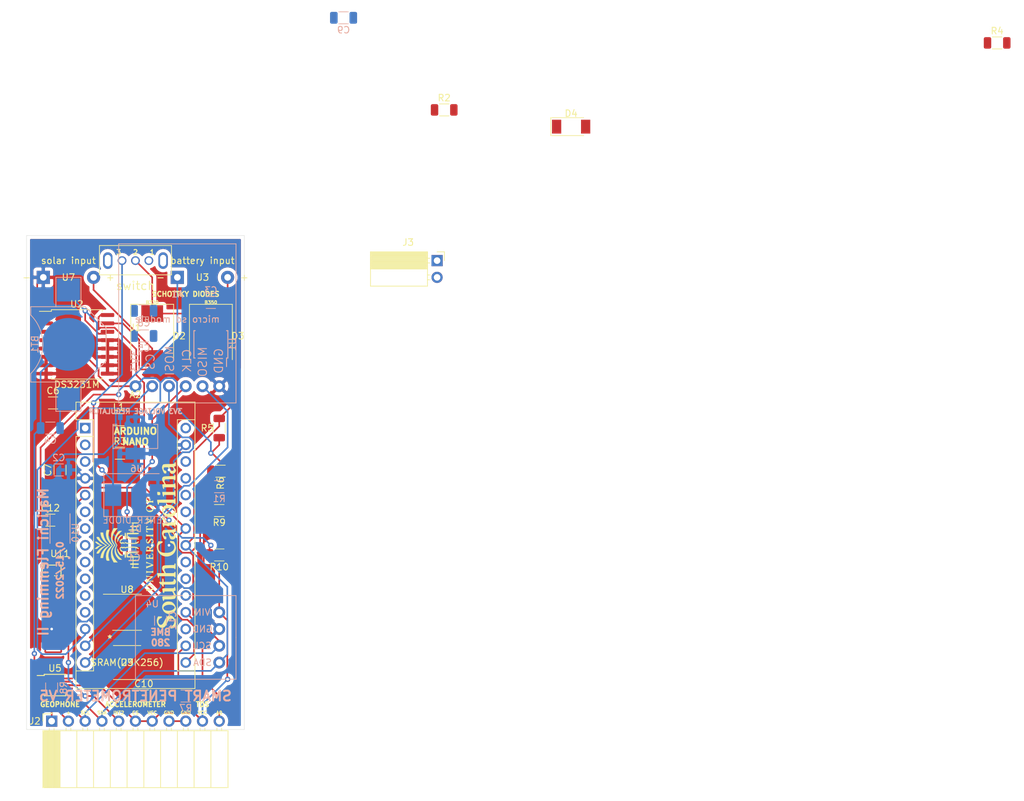
<source format=kicad_pcb>
(kicad_pcb (version 20171130) (host pcbnew "(5.1.10)-1")
  (layers (0 F.Cu signal) (31 B.Cu signal) (34 B.Paste user) (35 F.Paste user) (36 B.SilkS user) (37 F.SilkS user) (38 B.Mask user) (39 F.Mask user) (44 Edge.Cuts user))
  (net 0 "")
  (net 1 "Net-(A1-Pad4)")
  (net 2 "Net-(A1-Pad5)")
  (net 3 "Net-(A1-Pad1)")
  (net 4 "Net-(A1-Pad3)")
  (net 5 GND)
  (net 6 "Net-(A1-Pad2)")
  (net 7 "Net-(A2-Pad28)")
  (net 8 "Net-(A2-Pad12)")
  (net 9 "Net-(A2-Pad27)")
  (net 10 "Net-(A2-Pad11)")
  (net 11 "Net-(A2-Pad26)")
  (net 12 "Net-(A2-Pad10)")
  (net 13 "Net-(A2-Pad25)")
  (net 14 "Net-(A2-Pad9)")
  (net 15 "Net-(A2-Pad24)")
  (net 16 "Net-(A2-Pad8)")
  (net 17 "Net-(A2-Pad23)")
  (net 18 "Net-(A2-Pad7)")
  (net 19 "Net-(A2-Pad22)")
  (net 20 "Net-(A2-Pad6)")
  (net 21 "Net-(A2-Pad21)")
  (net 22 "Net-(A2-Pad5)")
  (net 23 "Net-(A2-Pad20)")
  (net 24 "Net-(A2-Pad19)")
  (net 25 "Net-(A2-Pad3)")
  (net 26 "Net-(A2-Pad18)")
  (net 27 "Net-(A2-Pad2)")
  (net 28 "Net-(A2-Pad1)")
  (net 29 GNDREF)
  (net 30 "Net-(C1-Pad1)")
  (net 31 "Net-(BT1-Pad1)")
  (net 32 GNDS)
  (net 33 "Net-(D2-Pad1)")
  (net 34 "Net-(J2-Pad2)")
  (net 35 "Net-(J2-Pad1)")
  (net 36 "Net-(U2-Pad4)")
  (net 37 "Net-(U2-Pad3)")
  (net 38 "Net-(U2-Pad1)")
  (net 39 "Net-(U5-Pad7)")
  (net 40 "Net-(U5-Pad6)")
  (net 41 "Net-(U5-Pad2)")
  (net 42 "Net-(U5-Pad1)")
  (net 43 "Net-(J1-Pad1)")
  (net 44 "Net-(C3-Pad2)")
  (net 45 "Net-(U8-Pad1)")
  (net 46 "Net-(U8-Pad4)")
  (net 47 "Net-(A2-Pad17)")
  (net 48 "Net-(C5-Pad2)")
  (net 49 "Net-(C6-Pad2)")
  (net 50 "Net-(C8-Pad2)")
  (net 51 "Net-(C8-Pad1)")
  (net 52 "Net-(C12-Pad2)")
  (net 53 -BATT)
  (net 54 +BATT)
  (net 55 "Net-(J3-Pad2)")
  (net 56 "Net-(J3-Pad1)")
  (net 57 "Net-(R7-Pad2)")
  (net 58 "Net-(R9-Pad1)")
  (net 59 "Net-(U1-Pad9)")
  (net 60 "Net-(U1-Pad5)")
  (net 61 "Net-(U1-Pad3)")
  (net 62 "Net-(U1-Pad2)")
  (net 63 "Net-(U8-Pad14)")
  (net 64 "Net-(U8-Pad9)")
  (net 65 "Net-(U8-Pad8)")
  (net 66 "Net-(U8-Pad7)")
  (net 67 "Net-(U8-Pad6)")
  (net 68 Earth)
  (net 69 "Net-(U9-Pad3)")
  (net 70 "Net-(U10-Pad1)")
  (net 71 "Net-(U10-Pad4)")
  (net 72 "Net-(U10-Pad5)")
  (net 73 "Net-(U11-Pad4)")
  (module "smart penetrometer footprints:BATTERY_PROTECTION_IC(DW01A)" (layer F.Cu) (at 113.03 125.73)
    (fp_text reference U11 (at 1.27 -2.54) (layer F.SilkS))
    (fp_text value DW01)
    (pad 1 smd rect (at -0.95 1.3) (size 0.55 1.2) (layers F.Cu F.Paste F.Mask) (net 71 "Net-(U10-Pad4)"))
    (pad 2 smd rect (at 0 1.3) (size 0.55 1.2) (layers F.Cu F.Paste F.Mask) (net 58 "Net-(R9-Pad1)"))
    (pad 3 smd rect (at 0.95 1.3) (size 0.55 1.2) (layers F.Cu F.Paste F.Mask) (net 72 "Net-(U10-Pad5)"))
    (pad 4 smd rect (at 0.95 -1.3) (size 0.55 1.2) (layers F.Cu F.Paste F.Mask) (net 73 "Net-(U11-Pad4)"))
    (pad 6 smd rect (at -0.95 -1.3) (size 0.55 1.2) (layers F.Cu F.Paste F.Mask) (net 53 -BATT))
    (pad 5 smd rect (at 0 -1.3) (size 0.55 1.2) (layers F.Cu F.Paste F.Mask) (net 52 "Net-(C12-Pad2)"))
  )
  (module "smart penetrometer footprints:DUAL_MOSFET(FS8205A)" (layer B.Cu) (at 114.3 119.38 90)
    (fp_text reference U10 (at -0.635 2.327 90) (layer B.SilkS) (effects (justify mirror)))
    (fp_text value FS8205A)
    (pad 1 smd roundrect (at -2.88 0.975 90) (size 1.56 0.4) (layers B.Cu B.Paste B.Mask) (roundrect_rratio 0.05) (net 70 "Net-(U10-Pad1)"))
    (pad 2 smd roundrect (at -2.88 0.325 90) (size 1.56 0.4) (layers B.Cu B.Paste B.Mask) (roundrect_rratio 0.05) (net 53 -BATT))
    (pad 3 smd roundrect (at -2.88 -0.325 90) (size 1.56 0.4) (layers B.Cu B.Paste B.Mask) (roundrect_rratio 0.05) (net 53 -BATT))
    (pad 4 smd roundrect (at -2.88 -0.975 90) (size 1.56 0.4) (layers B.Cu B.Paste B.Mask) (roundrect_rratio 0.05) (net 71 "Net-(U10-Pad4)"))
    (pad 5 smd roundrect (at 2.88 -0.975 90) (size 1.56 0.4) (layers B.Cu B.Paste B.Mask) (roundrect_rratio 0.05) (net 72 "Net-(U10-Pad5)"))
    (pad 6 smd roundrect (at 2.88 -0.325 90) (size 1.56 0.4) (layers B.Cu B.Paste B.Mask) (roundrect_rratio 0.05) (net 5 GND))
    (pad 7 smd roundrect (at 2.88 0.325 90) (size 1.56 0.4) (layers B.Cu B.Paste B.Mask) (roundrect_rratio 0.05) (net 5 GND))
    (pad 8 smd roundrect (at 2.88 0.975 90) (size 1.56 0.4) (layers B.Cu B.Paste B.Mask) (roundrect_rratio 0.05) (net 70 "Net-(U10-Pad1)"))
  )
  (module "smart penetrometer footprints:23K256T-E&slash_SN" (layer F.Cu) (at 124.46 139.7)
    (fp_text reference U9 (at 0 0) (layer F.SilkS))
    (fp_text value "SRAM(23K256)" (at 0 0) (layer F.SilkS))
    (fp_text user * (at -2.6162 -3.6068) (layer F.SilkS))
    (fp_text user * (at -2.6162 -3.6068) (layer F.SilkS))
    (pad 8 smd rect (at 2.3622 -1.905) (size 1.9812 0.5588) (layers F.Cu F.Paste F.Mask) (net 3 "Net-(A1-Pad1)"))
    (pad 7 smd rect (at 2.3622 -0.635) (size 1.9812 0.5588) (layers F.Cu F.Paste F.Mask) (net 12 "Net-(A2-Pad10)"))
    (pad 6 smd rect (at 2.3622 0.635) (size 1.9812 0.5588) (layers F.Cu F.Paste F.Mask) (net 1 "Net-(A1-Pad4)"))
    (pad 5 smd rect (at 2.3622 1.905) (size 1.9812 0.5588) (layers F.Cu F.Paste F.Mask) (net 4 "Net-(A1-Pad3)"))
    (pad 4 smd rect (at -2.3622 1.905) (size 1.9812 0.5588) (layers F.Cu F.Paste F.Mask) (net 5 GND))
    (pad 3 smd rect (at -2.3622 0.635) (size 1.9812 0.5588) (layers F.Cu F.Paste F.Mask) (net 69 "Net-(U9-Pad3)"))
    (pad 2 smd rect (at -2.3622 -0.635) (size 1.9812 0.5588) (layers F.Cu F.Paste F.Mask) (net 2 "Net-(A1-Pad5)"))
    (pad 1 smd rect (at -2.3622 -1.905) (size 1.9812 0.5588) (layers F.Cu F.Paste F.Mask) (net 10 "Net-(A2-Pad11)"))
  )
  (module Package_SO:TSSOP-16_4.4x5mm_P0.65mm (layer F.Cu) (at 124.46 132.08)
    (fp_text reference U8 (at 0 -3.45) (layer F.SilkS))
    (fp_text value ADS1120-PW)
    (pad 16 smd roundrect (at 2.8625 -2.275) (size 1.475 0.4) (layers F.Cu F.Paste F.Mask) (net 4 "Net-(A1-Pad3)"))
    (pad 15 smd roundrect (at 2.8625 -1.625) (size 1.475 0.4) (layers F.Cu F.Paste F.Mask) (net 2 "Net-(A1-Pad5)"))
    (pad 14 smd roundrect (at 2.8625 -0.975) (size 1.475 0.4) (layers F.Cu F.Paste F.Mask) (net 63 "Net-(U8-Pad14)"))
    (pad 13 smd roundrect (at 2.8625 -0.325) (size 1.475 0.4) (layers F.Cu F.Paste F.Mask) (net 3 "Net-(A1-Pad1)"))
    (pad 12 smd roundrect (at 2.8625 0.325) (size 1.475 0.4) (layers F.Cu F.Paste F.Mask) (net 3 "Net-(A1-Pad1)"))
    (pad 11 smd roundrect (at 2.8625 0.975) (size 1.475 0.4) (layers F.Cu F.Paste F.Mask) (net 48 "Net-(C5-Pad2)"))
    (pad 10 smd roundrect (at 2.8625 1.625) (size 1.475 0.4) (layers F.Cu F.Paste F.Mask) (net 49 "Net-(C6-Pad2)"))
    (pad 9 smd roundrect (at 2.8625 2.275) (size 1.475 0.4) (layers F.Cu F.Paste F.Mask) (net 64 "Net-(U8-Pad9)"))
    (pad 8 smd roundrect (at -2.8625 2.275) (size 1.475 0.4) (layers F.Cu F.Paste F.Mask) (net 65 "Net-(U8-Pad8)"))
    (pad 7 smd roundrect (at -2.8625 1.625) (size 1.475 0.4) (layers F.Cu F.Paste F.Mask) (net 66 "Net-(U8-Pad7)"))
    (pad 6 smd roundrect (at -2.8625 0.975) (size 1.475 0.4) (layers F.Cu F.Paste F.Mask) (net 67 "Net-(U8-Pad6)"))
    (pad 5 smd roundrect (at -2.8625 0.325) (size 1.475 0.4) (layers F.Cu F.Paste F.Mask) (net 5 GND))
    (pad 4 smd roundrect (at -2.8625 -0.325) (size 1.475 0.4) (layers F.Cu F.Paste F.Mask) (net 68 Earth))
    (pad 3 smd roundrect (at -2.8625 -0.975) (size 1.475 0.4) (layers F.Cu F.Paste F.Mask) (net 5 GND))
    (pad 2 smd roundrect (at -2.8625 -1.625) (size 1.475 0.4) (layers F.Cu F.Paste F.Mask) (net 8 "Net-(A2-Pad12)"))
    (pad 1 smd roundrect (at -2.8625 -2.275) (size 1.475 0.4) (layers F.Cu F.Paste F.Mask) (net 1 "Net-(A1-Pad4)"))
  )
  (module Package_SO:TI_SO-PowerPAD-8 (layer B.Cu) (at 137.16 91.44 90)
    (fp_text reference U1 (at 0 3.3 90) (layer B.SilkS) (effects (justify mirror)))
    (fp_text value LM22676MR-5)
    (pad 9 smd rect (at -0.6025 0.775 90) (size 1.205 1.55) (layers B.Cu B.Paste B.Mask) (net 59 "Net-(U1-Pad9)"))
    (pad 9 smd rect (at -0.6025 -0.775 90) (size 1.205 1.55) (layers B.Cu B.Paste B.Mask) (net 59 "Net-(U1-Pad9)"))
    (pad 9 smd rect (at 0.6025 0.775 90) (size 1.205 1.55) (layers B.Cu B.Paste B.Mask) (net 59 "Net-(U1-Pad9)"))
    (pad 9 smd rect (at 0.6025 -0.775 90) (size 1.205 1.55) (layers B.Cu B.Paste B.Mask) (net 59 "Net-(U1-Pad9)"))
    (pad 8 smd rect (at 2.78 1.905 90) (size 1.91 0.61) (layers B.Cu B.Paste B.Mask) (net 51 "Net-(C8-Pad1)"))
    (pad 7 smd rect (at 2.78 0.635 90) (size 1.91 0.61) (layers B.Cu B.Paste B.Mask) (net 44 "Net-(C3-Pad2)"))
    (pad 6 smd rect (at 2.78 -0.635 90) (size 1.91 0.61) (layers B.Cu B.Paste B.Mask) (net 5 GND))
    (pad 5 smd rect (at 2.78 -1.905 90) (size 1.91 0.61) (layers B.Cu B.Paste B.Mask) (net 60 "Net-(U1-Pad5)"))
    (pad 4 smd rect (at -2.78 -1.905 90) (size 1.91 0.61) (layers B.Cu B.Paste B.Mask) (net 57 "Net-(R7-Pad2)"))
    (pad 3 smd rect (at -2.78 -0.635 90) (size 1.91 0.61) (layers B.Cu B.Paste B.Mask) (net 61 "Net-(U1-Pad3)"))
    (pad 2 smd rect (at -2.78 0.635 90) (size 1.91 0.61) (layers B.Cu B.Paste B.Mask) (net 62 "Net-(U1-Pad2)"))
    (pad 1 smd rect (at -2.78 1.905 90) (size 1.91 0.61) (layers B.Cu B.Paste B.Mask) (net 50 "Net-(C8-Pad2)"))
  )
  (module Resistor_SMD:R_1206_3216Metric (layer B.Cu) (at 113.03 143.51 90)
    (fp_text reference R8 (at 0 1.82 90) (layer B.SilkS) (effects (justify mirror)))
    (fp_text value R_Small_US)
    (pad 2 smd roundrect (at 1.4625 0 90) (size 1.125 1.75) (layers B.Cu B.Paste B.Mask) (roundrect_rratio 0.222222) (net 57 "Net-(R7-Pad2)"))
    (pad 1 smd roundrect (at -1.4625 0 90) (size 1.125 1.75) (layers B.Cu B.Paste B.Mask) (roundrect_rratio 0.222222) (net 5 GND))
  )
  (module Resistor_SMD:R_1206_3216Metric (layer B.Cu) (at 133.35 144.78)
    (fp_text reference R7 (at 0 1.82) (layer B.SilkS) (effects (justify mirror)))
    (fp_text value R_Small_US)
    (pad 2 smd roundrect (at 1.4625 0) (size 1.125 1.75) (layers B.Cu B.Paste B.Mask) (roundrect_rratio 0.222222) (net 57 "Net-(R7-Pad2)"))
    (pad 1 smd roundrect (at -1.4625 0) (size 1.125 1.75) (layers B.Cu B.Paste B.Mask) (roundrect_rratio 0.222222) (net 30 "Net-(C1-Pad1)"))
  )
  (module Resistor_SMD:R_1206_3216Metric (layer F.Cu) (at 256.3475 45.72)
    (fp_text reference R4 (at 0 -1.82) (layer F.SilkS))
    (fp_text value R_800Ohm)
    (pad 2 smd roundrect (at 1.4625 0) (size 1.125 1.75) (layers F.Cu F.Paste F.Mask) (roundrect_rratio 0.222222) (net 56 "Net-(J3-Pad1)"))
    (pad 1 smd roundrect (at -1.4625 0) (size 1.125 1.75) (layers F.Cu F.Paste F.Mask) (roundrect_rratio 0.222222) (net 49 "Net-(C6-Pad2)"))
  )
  (module Resistor_SMD:R_1206_3216Metric (layer F.Cu) (at 123.3825 107.95)
    (fp_text reference R3 (at 0 -1.82) (layer F.SilkS))
    (fp_text value R_800Ohm)
    (pad 2 smd roundrect (at 1.4625 0) (size 1.125 1.75) (layers F.Cu F.Paste F.Mask) (roundrect_rratio 0.222222) (net 55 "Net-(J3-Pad2)"))
    (pad 1 smd roundrect (at -1.4625 0) (size 1.125 1.75) (layers F.Cu F.Paste F.Mask) (roundrect_rratio 0.222222) (net 48 "Net-(C5-Pad2)"))
  )
  (module Resistor_SMD:R_1206_3216Metric (layer F.Cu) (at 172.5275 55.88)
    (fp_text reference R2 (at 0 -1.82) (layer F.SilkS))
    (fp_text value R_1MOhm)
    (pad 2 smd roundrect (at 1.4625 0) (size 1.125 1.75) (layers F.Cu F.Paste F.Mask) (roundrect_rratio 0.222222) (net 5 GND))
    (pad 1 smd roundrect (at -1.4625 0) (size 1.125 1.75) (layers F.Cu F.Paste F.Mask) (roundrect_rratio 0.222222) (net 56 "Net-(J3-Pad1)"))
  )
  (module Resistor_SMD:R_1206_3216Metric (layer B.Cu) (at 138.43 113.03)
    (fp_text reference R1 (at 0 1.82) (layer B.SilkS) (effects (justify mirror)))
    (fp_text value R_1MOhm)
    (pad 2 smd roundrect (at 1.4625 0) (size 1.125 1.75) (layers B.Cu B.Paste B.Mask) (roundrect_rratio 0.222222) (net 55 "Net-(J3-Pad2)"))
    (pad 1 smd roundrect (at -1.4625 0) (size 1.125 1.75) (layers B.Cu B.Paste B.Mask) (roundrect_rratio 0.222222) (net 3 "Net-(A1-Pad1)"))
  )
  (module Inductor_SMD:L_1206_3216Metric (layer F.Cu) (at 123.19 102.87)
    (fp_text reference L1 (at 0 -1.9) (layer F.SilkS))
    (fp_text value L)
    (pad 2 smd roundrect (at 1.575 0) (size 1.05 1.9) (layers F.Cu F.Paste F.Mask) (roundrect_rratio 0.238095) (net 51 "Net-(C8-Pad1)"))
    (pad 1 smd roundrect (at -1.575 0) (size 1.05 1.9) (layers F.Cu F.Paste F.Mask) (roundrect_rratio 0.238095) (net 30 "Net-(C1-Pad1)"))
  )
  (module Connector_PinSocket_2.54mm:PinSocket_1x02_P2.54mm_Horizontal (layer F.Cu) (at 171.45 78.74)
    (fp_text reference J3 (at -4.38 -2.77) (layer F.SilkS))
    (fp_text value Conn_01x02_Female)
    (pad 2 thru_hole oval (at 0 2.54) (size 1.7 1.7) (drill 1) (layers *.Cu *.Mask) (net 55 "Net-(J3-Pad2)"))
    (pad 1 thru_hole rect (at 0 0) (size 1.7 1.7) (drill 1) (layers *.Cu *.Mask) (net 56 "Net-(J3-Pad1)"))
  )
  (module Diode_SMD:D_SOD-128 (layer F.Cu) (at 191.77 58.42)
    (fp_text reference D4 (at 0 -2) (layer F.SilkS))
    (fp_text value PMEG6045ETP)
    (pad 2 smd rect (at 2.2 0) (size 1.4 2.1) (layers F.Cu F.Paste F.Mask) (net 5 GND))
    (pad 1 smd rect (at -2.2 0) (size 1.4 2.1) (layers F.Cu F.Paste F.Mask) (net 51 "Net-(C8-Pad1)"))
  )
  (module Capacitor_SMD:C_1206_3216Metric (layer B.Cu) (at 129.54 133.35 90)
    (fp_text reference C11 (at 0 1.85 90) (layer B.SilkS) (effects (justify mirror)))
    (fp_text value C_0.1uF)
    (pad 2 smd roundrect (at 1.475 0 90) (size 1.15 1.8) (layers B.Cu B.Paste B.Mask) (roundrect_rratio 0.217391) (net 5 GND))
    (pad 1 smd roundrect (at -1.475 0 90) (size 1.15 1.8) (layers B.Cu B.Paste B.Mask) (roundrect_rratio 0.217391) (net 3 "Net-(A1-Pad1)"))
  )
  (module Capacitor_SMD:C_1206_3216Metric (layer F.Cu) (at 127 144.78)
    (fp_text reference C10 (at 0 -1.85) (layer F.SilkS))
    (fp_text value C_0.1uF)
    (pad 2 smd roundrect (at 1.475 0) (size 1.15 1.8) (layers F.Cu F.Paste F.Mask) (roundrect_rratio 0.217391) (net 30 "Net-(C1-Pad1)"))
    (pad 1 smd roundrect (at -1.475 0) (size 1.15 1.8) (layers F.Cu F.Paste F.Mask) (roundrect_rratio 0.217391) (net 5 GND))
  )
  (module Capacitor_SMD:C_1206_3216Metric (layer B.Cu) (at 157.275 41.91)
    (fp_text reference C9 (at 0 1.85) (layer B.SilkS) (effects (justify mirror)))
    (fp_text value C_0.1uF)
    (pad 2 smd roundrect (at 1.475 0) (size 1.15 1.8) (layers B.Cu B.Paste B.Mask) (roundrect_rratio 0.217391) (net 5 GND))
    (pad 1 smd roundrect (at -1.475 0) (size 1.15 1.8) (layers B.Cu B.Paste B.Mask) (roundrect_rratio 0.217391) (net 3 "Net-(A1-Pad1)"))
  )
  (module Capacitor_SMD:C_1206_3216Metric (layer B.Cu) (at 127 86.36)
    (fp_text reference C8 (at 0 1.85) (layer B.SilkS) (effects (justify mirror)))
    (fp_text value C_10uF)
    (pad 2 smd roundrect (at 1.475 0) (size 1.15 1.8) (layers B.Cu B.Paste B.Mask) (roundrect_rratio 0.217391) (net 50 "Net-(C8-Pad2)"))
    (pad 1 smd roundrect (at -1.475 0) (size 1.15 1.8) (layers B.Cu B.Paste B.Mask) (roundrect_rratio 0.217391) (net 51 "Net-(C8-Pad1)"))
  )
  (module Capacitor_SMD:C_1206_3216Metric (layer F.Cu) (at 114.3 110.49 90)
    (fp_text reference C7 (at 0 -1.85 90) (layer F.SilkS))
    (fp_text value C_0.047uF)
    (pad 2 smd roundrect (at 1.475 0 90) (size 1.15 1.8) (layers F.Cu F.Paste F.Mask) (roundrect_rratio 0.217391) (net 5 GND))
    (pad 1 smd roundrect (at -1.475 0 90) (size 1.15 1.8) (layers F.Cu F.Paste F.Mask) (roundrect_rratio 0.217391) (net 49 "Net-(C6-Pad2)"))
  )
  (module Capacitor_SMD:C_1206_3216Metric (layer F.Cu) (at 113.235 100.33)
    (fp_text reference C6 (at 0 -1.85) (layer F.SilkS))
    (fp_text value C_0.47uF)
    (pad 2 smd roundrect (at 1.475 0) (size 1.15 1.8) (layers F.Cu F.Paste F.Mask) (roundrect_rratio 0.217391) (net 49 "Net-(C6-Pad2)"))
    (pad 1 smd roundrect (at -1.475 0) (size 1.15 1.8) (layers F.Cu F.Paste F.Mask) (roundrect_rratio 0.217391) (net 48 "Net-(C5-Pad2)"))
  )
  (module Capacitor_SMD:C_1206_3216Metric (layer B.Cu) (at 127 90.17)
    (fp_text reference C5 (at 0 1.85) (layer B.SilkS) (effects (justify mirror)))
    (fp_text value C_0.047uF)
    (pad 2 smd roundrect (at 1.475 0) (size 1.15 1.8) (layers B.Cu B.Paste B.Mask) (roundrect_rratio 0.217391) (net 48 "Net-(C5-Pad2)"))
    (pad 1 smd roundrect (at -1.475 0) (size 1.15 1.8) (layers B.Cu B.Paste B.Mask) (roundrect_rratio 0.217391) (net 5 GND))
  )
  (module Capacitor_SMD:C_1206_3216Metric (layer B.Cu) (at 137.16 85.09 180)
    (fp_text reference C3 (at 0 1.85) (layer B.SilkS) (effects (justify mirror)))
    (fp_text value C_10uF)
    (pad 2 smd roundrect (at 1.475 0 180) (size 1.15 1.8) (layers B.Cu B.Paste B.Mask) (roundrect_rratio 0.217391) (net 44 "Net-(C3-Pad2)"))
    (pad 1 smd roundrect (at -1.475 0 180) (size 1.15 1.8) (layers B.Cu B.Paste B.Mask) (roundrect_rratio 0.217391) (net 5 GND))
  )
  (module Resistor_SMD:R_1206_3216Metric (layer F.Cu) (at 138.43 123.3825 180)
    (fp_text reference R10 (at 0 -1.82) (layer F.SilkS))
    (fp_text value R_Small_US)
    (pad 2 smd roundrect (at 1.4625 0 180) (size 1.125 1.75) (layers F.Cu F.Paste F.Mask) (roundrect_rratio 0.222222) (net 52 "Net-(C12-Pad2)"))
    (pad 1 smd roundrect (at -1.4625 0 180) (size 1.125 1.75) (layers F.Cu F.Paste F.Mask) (roundrect_rratio 0.222222) (net 54 +BATT))
  )
  (module Resistor_SMD:R_1206_3216Metric (layer F.Cu) (at 138.43 116.6475 180)
    (fp_text reference R9 (at 0 -1.82) (layer F.SilkS))
    (fp_text value R_Small_US)
    (pad 2 smd roundrect (at 1.4625 0 180) (size 1.125 1.75) (layers F.Cu F.Paste F.Mask) (roundrect_rratio 0.222222) (net 5 GND))
    (pad 1 smd roundrect (at -1.4625 0 180) (size 1.125 1.75) (layers F.Cu F.Paste F.Mask) (roundrect_rratio 0.222222) (net 58 "Net-(R9-Pad1)"))
  )
  (module Capacitor_SMD:C_1206_3216Metric (layer F.Cu) (at 112.825 118.11)
    (fp_text reference C12 (at 0 -1.85) (layer F.SilkS))
    (fp_text value CP1_Small)
    (pad 2 smd roundrect (at 1.475 0) (size 1.15 1.8) (layers F.Cu F.Paste F.Mask) (roundrect_rratio 0.217391) (net 52 "Net-(C12-Pad2)"))
    (pad 1 smd roundrect (at -1.475 0) (size 1.15 1.8) (layers F.Cu F.Paste F.Mask) (roundrect_rratio 0.217391) (net 53 -BATT))
  )
  (module Connector_PinSocket_2.54mm:PinSocket_1x11_P2.54mm_Horizontal (layer F.Cu) (at 113.03 148.59 90)
    (fp_text reference J2 (at 0 -2.54 180) (layer F.SilkS))
    (fp_text value Conn_01x11_Female)
    (pad 11 thru_hole oval (at 0 25.4 90) (size 1.7 1.7) (drill 1) (layers *.Cu *.Mask) (net 24 "Net-(A2-Pad19)"))
    (pad 10 thru_hole oval (at 0 22.86 90) (size 1.7 1.7) (drill 1) (layers *.Cu *.Mask) (net 3 "Net-(A1-Pad1)"))
    (pad 9 thru_hole oval (at 0 20.32 90) (size 1.7 1.7) (drill 1) (layers *.Cu *.Mask) (net 29 GNDREF))
    (pad 8 thru_hole oval (at 0 17.78 90) (size 1.7 1.7) (drill 1) (layers *.Cu *.Mask) (net 29 GNDREF))
    (pad 7 thru_hole oval (at 0 15.24 90) (size 1.7 1.7) (drill 1) (layers *.Cu *.Mask) (net 3 "Net-(A1-Pad1)"))
    (pad 6 thru_hole oval (at 0 12.7 90) (size 1.7 1.7) (drill 1) (layers *.Cu *.Mask) (net 3 "Net-(A1-Pad1)"))
    (pad 5 thru_hole oval (at 0 10.16 90) (size 1.7 1.7) (drill 1) (layers *.Cu *.Mask) (net 22 "Net-(A2-Pad5)"))
    (pad 4 thru_hole oval (at 0 7.62 90) (size 1.7 1.7) (drill 1) (layers *.Cu *.Mask) (net 17 "Net-(A2-Pad23)"))
    (pad 3 thru_hole oval (at 0 5.08 90) (size 1.7 1.7) (drill 1) (layers *.Cu *.Mask) (net 15 "Net-(A2-Pad24)"))
    (pad 2 thru_hole oval (at 0 2.54 90) (size 1.7 1.7) (drill 1) (layers *.Cu *.Mask) (net 34 "Net-(J2-Pad2)"))
    (pad 1 thru_hole rect (at 0 0 90) (size 1.7 1.7) (drill 1) (layers *.Cu *.Mask) (net 35 "Net-(J2-Pad1)"))
  )
  (module kitest:Battery_Input (layer F.Cu) (at 115.57 80.01)
    (fp_text reference U7 (at 0 1.27) (layer F.SilkS))
    (fp_text value Solar_Input)
    (fp_text user "solar input" (at 0 -1.27) (layer F.SilkS))
    (fp_text user - (at -6.35 1.27) (layer F.SilkS))
    (fp_text user + (at 6.35 1.27) (layer F.SilkS))
    (pad 2 thru_hole rect (at -3.81 1.27) (size 2 2) (drill 1) (layers *.Cu *.Mask) (net 5 GND))
    (pad 1 thru_hole circle (at 3.81 1.27) (size 2 2) (drill 1) (layers *.Cu *.Mask) (net 54 +BATT))
  )
  (module kitest:TDS_module (layer B.Cu) (at 133.35 135.89)
    (fp_text reference U4 (at -5.08 -5.08) (layer B.SilkS) (effects (justify mirror)))
    (fp_text value 4023)
    (fp_text user VIN (at 2.54 -3.81) (layer B.SilkS) (effects (justify mirror)))
    (fp_text user GND (at 2.54 -1.27) (layer B.SilkS) (effects (justify mirror)))
    (fp_text user SCL (at 2.54 1.27) (layer B.SilkS) (effects (justify mirror)))
    (fp_text user SDA (at 2.54 3.81) (layer B.SilkS) (effects (justify mirror)))
    (pad 13 thru_hole circle (at 5.08 -3.81) (size 1.8 1.8) (drill 1) (layers *.Cu *.Mask) (net 3 "Net-(A1-Pad1)"))
    (pad 10 thru_hole circle (at 5.08 -1.27) (size 1.8 1.8) (drill 1) (layers *.Cu *.Mask) (net 5 GND))
    (pad 11 thru_hole circle (at 5.08 1.27) (size 1.8 1.8) (drill 1) (layers *.Cu *.Mask) (net 15 "Net-(A2-Pad24)"))
    (pad 12 thru_hole circle (at 5.08 3.81) (size 1.8 1.8) (drill 1) (layers *.Cu *.Mask) (net 17 "Net-(A2-Pad23)"))
  )
  (module kitest:Battery_Input (layer F.Cu) (at 135.89 80.01)
    (fp_text reference U3 (at 0 1.27) (layer F.SilkS))
    (fp_text value Battery_Input)
    (fp_text user "battery input" (at 0 -1.27) (layer F.SilkS))
    (fp_text user - (at -6.35 1.27) (layer F.SilkS))
    (fp_text user + (at 6.35 1.27) (layer F.SilkS))
    (pad 2 thru_hole rect (at -3.81 1.27) (size 2 2) (drill 1) (layers *.Cu *.Mask) (net 53 -BATT))
    (pad 1 thru_hole circle (at 3.81 1.27) (size 2 2) (drill 1) (layers *.Cu *.Mask) (net 54 +BATT))
  )
  (module kitest:uofsc_logo_1in (layer F.Cu) (at 125.73 121.92 90)
    (fp_text reference U1 hide)
    (fp_text value 4001 hide)
  )
  (module kitest:grounded_switch (layer F.Cu) (at 125.73 83.82 180)
    (fp_text reference J1 (at 0 -5.08) (layer F.SilkS))
    (fp_text value XLR3_Switched)
    (fp_text user switch (at 0 1.27) (layer F.SilkS) (effects (font (size 1.27 1.27))))
    (fp_text user 3 (at 2.54 6.35) (layer F.SilkS) (effects (font (size 0.75 0.75))))
    (fp_text user 2 (at 0 6.35) (layer F.SilkS) (effects (font (size 0.75 0.75))))
    (fp_text user 1 (at -2.54 6.35) (layer F.SilkS) (effects (font (size 0.75 0.75))))
    (pad 5 thru_hole oval (at 4.191 5.08 270) (size 2.524 1.424) (drill oval 1.76 0.914) (layers *.Cu *.Mask))
    (pad 4 thru_hole oval (at -4.191 5.08 270) (size 2.524 1.424) (drill oval 1.76 0.914) (layers *.Cu *.Mask))
    (pad 3 thru_hole circle (at 2.032 5.08 180) (size 1.324 1.324) (drill 0.914) (layers *.Cu *.Mask) (net 44 "Net-(C3-Pad2)"))
    (pad 2 thru_hole circle (at 0 5.08 180) (size 1.324 1.324) (drill 0.914) (layers *.Cu *.Mask) (net 33 "Net-(D2-Pad1)"))
    (pad 1 thru_hole circle (at -2.032 5.08 180) (size 1.324 1.324) (drill 0.914) (layers *.Cu *.Mask) (net 43 "Net-(J1-Pad1)"))
  )
  (module kitest:battery_holder_10mm (layer B.Cu) (at 115.57 91.44 270)
    (fp_text reference BT1 (at 0 5.08 270) (layer B.SilkS) (effects (justify mirror)))
    (fp_text value Battery_Cell)
    (pad 2 smd circle (at 0 0) (size 8 8) (layers B.Cu B.Mask) (net 32 GNDS))
    (pad 1 smd rect (at -8.255 0) (size 3.5 3.5) (layers B.Cu B.Mask) (net 31 "Net-(BT1-Pad1)"))
    (pad 1 smd rect (at 8.255 0) (size 3.5 3.5) (layers B.Cu B.Mask) (net 31 "Net-(BT1-Pad1)"))
  )
  (module "kitest:SD Module" (layer B.Cu) (at 142.24 86.36 270)
    (fp_text reference A1 (at -2.54 10.16) (layer B.SilkS) (effects (justify mirror)))
    (fp_text value SD_Card_Module)
    (fp_text user "micro sd module" (at 1.27 10.16) (layer B.SilkS) (effects (justify mirror)))
    (fp_text user 3V3 (at 7.5946 16.5354 270) (layer B.SilkS) (effects (font (size 1.27 1.27)) (justify mirror)))
    (fp_text user CS (at 7.7216 14.2494 270) (layer B.SilkS) (effects (font (size 1.27 1.27)) (justify mirror)))
    (fp_text user MOSI (at 7.5692 11.303 270) (layer B.SilkS) (effects (font (size 1.27 1.27)) (justify mirror)))
    (fp_text user CLK (at 7.5692 8.7122 270) (layer B.SilkS) (effects (font (size 1.27 1.27)) (justify mirror)))
    (fp_text user MISO (at 7.7216 6.3246 270) (layer B.SilkS) (effects (font (size 1.27 1.27)) (justify mirror)))
    (fp_text user GND (at 7.5946 3.8862 270) (layer B.SilkS) (effects (font (size 1.27 1.27)) (justify mirror)))
    (pad 6 thru_hole circle (at 11.43 3.81 270) (size 1.8 1.8) (drill 1) (layers *.Cu *.Mask) (net 5 GND))
    (pad 5 thru_hole circle (at 11.43 6.35 270) (size 1.8 1.8) (drill 1) (layers *.Cu *.Mask) (net 2 "Net-(A1-Pad5)"))
    (pad 4 thru_hole circle (at 11.43 8.89 270) (size 1.8 1.8) (drill 1) (layers *.Cu *.Mask) (net 1 "Net-(A1-Pad4)"))
    (pad 3 thru_hole circle (at 11.43 11.43 270) (size 1.8 1.8) (drill 1) (layers *.Cu *.Mask) (net 4 "Net-(A1-Pad3)"))
    (pad 2 thru_hole circle (at 11.43 13.97 270) (size 1.8 1.8) (drill 1) (layers *.Cu *.Mask) (net 6 "Net-(A1-Pad2)"))
    (pad 1 thru_hole circle (at 11.43 16.51 270) (size 1.8 1.8) (drill 1) (layers *.Cu *.Mask) (net 3 "Net-(A1-Pad1)"))
  )
  (module "smart penetrometer footprints:BD433M2FP3_CE2" (layer B.Cu) (at 125.73 105.41)
    (fp_text reference U6 (at 0.2032 4.9022) (layer B.SilkS) (effects (justify mirror)))
    (fp_text value 3v3_Voltage_Regulator)
    (pad 4 smd rect (at 0 2.605) (size 3.025 1.78) (layers B.Cu B.Paste B.Mask) (net 5 GND))
    (pad 3 smd rect (at 2.3 -2.995) (size 0.71 1) (layers B.Cu B.Paste B.Mask) (net 3 "Net-(A1-Pad1)"))
    (pad 2 smd rect (at 0 -2.995) (size 0.71 1) (layers B.Cu B.Paste B.Mask) (net 5 GND))
    (pad 1 smd rect (at -2.3 -2.995) (size 0.71 1) (layers B.Cu B.Paste B.Mask) (net 30 "Net-(C1-Pad1)"))
  )
  (module Package_SO:TSSOP-10_3x3mm_P0.5mm (layer F.Cu) (at 113.53 143.12)
    (fp_text reference U5 (at 0 -2.55) (layer F.SilkS))
    (fp_text value ADS1115IDGS)
    (pad 10 smd rect (at 2.15 -1) (size 1.1 0.25) (layers F.Cu F.Paste F.Mask) (net 15 "Net-(A2-Pad24)"))
    (pad 9 smd rect (at 2.15 -0.5) (size 1.1 0.25) (layers F.Cu F.Paste F.Mask) (net 17 "Net-(A2-Pad23)"))
    (pad 8 smd rect (at 2.15 0) (size 1.1 0.25) (layers F.Cu F.Paste F.Mask) (net 3 "Net-(A1-Pad1)"))
    (pad 7 smd rect (at 2.15 0.5) (size 1.1 0.25) (layers F.Cu F.Paste F.Mask) (net 39 "Net-(U5-Pad7)"))
    (pad 6 smd rect (at 2.15 1) (size 1.1 0.25) (layers F.Cu F.Paste F.Mask) (net 40 "Net-(U5-Pad6)"))
    (pad 5 smd rect (at -2.15 1) (size 1.1 0.25) (layers F.Cu F.Paste F.Mask) (net 35 "Net-(J2-Pad1)"))
    (pad 4 smd rect (at -2.15 0.5) (size 1.1 0.25) (layers F.Cu F.Paste F.Mask) (net 34 "Net-(J2-Pad2)"))
    (pad 3 smd rect (at -2.15 0) (size 1.1 0.25) (layers F.Cu F.Paste F.Mask) (net 32 GNDS))
    (pad 2 smd rect (at -2.15 -0.5) (size 1.1 0.25) (layers F.Cu F.Paste F.Mask) (net 41 "Net-(U5-Pad2)"))
    (pad 1 smd rect (at -2.15 -1) (size 1.1 0.25) (layers F.Cu F.Paste F.Mask) (net 42 "Net-(U5-Pad1)"))
  )
  (module Package_SO:SOIC-16W_7.5x10.3mm_P1.27mm (layer F.Cu) (at 116.84 91.44)
    (fp_text reference U2 (at 0 -6.1) (layer F.SilkS))
    (fp_text value DS3231M (at 0 6.1) (layer F.SilkS))
    (pad 16 smd roundrect (at 4.65 -4.445) (size 2.05 0.6) (layers F.Cu F.Paste F.Mask) (net 15 "Net-(A2-Pad24)"))
    (pad 15 smd roundrect (at 4.65 -3.175) (size 2.05 0.6) (layers F.Cu F.Paste F.Mask) (net 17 "Net-(A2-Pad23)"))
    (pad 14 smd roundrect (at 4.65 -1.905) (size 2.05 0.6) (layers F.Cu F.Paste F.Mask) (net 31 "Net-(BT1-Pad1)"))
    (pad 13 smd roundrect (at 4.65 -0.635) (size 2.05 0.6) (layers F.Cu F.Paste F.Mask) (net 5 GND))
    (pad 12 smd roundrect (at 4.65 0.635) (size 2.05 0.6) (layers F.Cu F.Paste F.Mask) (net 5 GND))
    (pad 11 smd roundrect (at 4.65 1.905) (size 2.05 0.6) (layers F.Cu F.Paste F.Mask) (net 5 GND))
    (pad 10 smd roundrect (at 4.65 3.175) (size 2.05 0.6) (layers F.Cu F.Paste F.Mask) (net 5 GND))
    (pad 9 smd roundrect (at 4.65 4.445) (size 2.05 0.6) (layers F.Cu F.Paste F.Mask) (net 5 GND))
    (pad 8 smd roundrect (at -4.65 4.445) (size 2.05 0.6) (layers F.Cu F.Paste F.Mask) (net 5 GND))
    (pad 7 smd roundrect (at -4.65 3.175) (size 2.05 0.6) (layers F.Cu F.Paste F.Mask) (net 5 GND))
    (pad 6 smd roundrect (at -4.65 1.905) (size 2.05 0.6) (layers F.Cu F.Paste F.Mask) (net 5 GND))
    (pad 5 smd roundrect (at -4.65 0.635) (size 2.05 0.6) (layers F.Cu F.Paste F.Mask) (net 5 GND))
    (pad 4 smd roundrect (at -4.65 -0.635) (size 2.05 0.6) (layers F.Cu F.Paste F.Mask) (net 36 "Net-(U2-Pad4)"))
    (pad 3 smd roundrect (at -4.65 -1.905) (size 2.05 0.6) (layers F.Cu F.Paste F.Mask) (net 37 "Net-(U2-Pad3)"))
    (pad 2 smd roundrect (at -4.65 -3.175) (size 2.05 0.6) (layers F.Cu F.Paste F.Mask) (net 3 "Net-(A1-Pad1)"))
    (pad 1 smd roundrect (at -4.65 -4.445) (size 2.05 0.6) (layers F.Cu F.Paste F.Mask) (net 38 "Net-(U2-Pad1)"))
  )
  (module Resistor_SMD:R_1206_3216Metric (layer F.Cu) (at 138.6225 110.6825 180)
    (fp_text reference R6 (at 0 -1.82 270) (layer F.SilkS))
    (fp_text value R_Small_US)
    (pad 2 smd roundrect (at 1.4625 0 180) (size 1.125 1.75) (layers F.Cu F.Paste F.Mask) (roundrect_rratio 0.222222) (net 15 "Net-(A2-Pad24)"))
    (pad 1 smd roundrect (at -1.4625 0 180) (size 1.125 1.75) (layers F.Cu F.Paste F.Mask) (roundrect_rratio 0.222222) (net 3 "Net-(A1-Pad1)"))
  )
  (module Resistor_SMD:R_1206_3216Metric (layer F.Cu) (at 138.43 104.14 90)
    (fp_text reference R5 (at 0 -1.82 180) (layer F.SilkS))
    (fp_text value R_Small_US)
    (pad 2 smd roundrect (at 1.4625 0 90) (size 1.125 1.75) (layers F.Cu F.Paste F.Mask) (roundrect_rratio 0.222222) (net 17 "Net-(A2-Pad23)"))
    (pad 1 smd roundrect (at -1.4625 0 90) (size 1.125 1.75) (layers F.Cu F.Paste F.Mask) (roundrect_rratio 0.222222) (net 3 "Net-(A1-Pad1)"))
  )
  (module Diode_SMD:D_SMC (layer F.Cu) (at 137.16 90.17 270)
    (fp_text reference D3 (at 0 -4.1 180) (layer F.SilkS))
    (fp_text value B350 (at -5.08 0 180) (layer F.SilkS) (effects (font (size 0.5 0.5) (thickness 0.125))))
    (pad 2 smd rect (at 3.4 0) (size 3.3 2.5) (layers F.Cu F.Paste F.Mask) (net 54 +BATT))
    (pad 1 smd rect (at -3.4 0) (size 3.3 2.5) (layers F.Cu F.Paste F.Mask) (net 33 "Net-(D2-Pad1)"))
  )
  (module Diode_SMD:D_SMC (layer F.Cu) (at 128.27 90.17 270)
    (fp_text reference D2 (at 0 -4.1 180) (layer F.SilkS))
    (fp_text value B320 (at -5.08 0 180) (layer F.SilkS) (effects (font (size 0.5 0.5) (thickness 0.125))))
    (pad 2 smd rect (at 3.4 0) (size 3.3 2.5) (layers F.Cu F.Paste F.Mask) (net 54 +BATT))
    (pad 1 smd rect (at -3.4 0) (size 3.3 2.5) (layers F.Cu F.Paste F.Mask) (net 33 "Net-(D2-Pad1)"))
  )
  (module Diode_SMD:D_SMC (layer B.Cu) (at 125.73 114.3)
    (fp_text reference D1 (at 0 5.08) (layer B.SilkS) (effects (justify mirror)))
    (fp_text value D_Zener_Small)
    (pad 2 smd rect (at 3.4 0 270) (size 3.3 2.5) (layers B.Cu B.Paste B.Mask) (net 5 GND))
    (pad 1 smd rect (at -3.4 0 270) (size 3.3 2.5) (layers B.Cu B.Paste B.Mask) (net 30 "Net-(C1-Pad1)"))
  )
  (module Capacitor_SMD:C_1206_3216Metric (layer B.Cu) (at 112.825 104.14)
    (fp_text reference C4 (at 0 1.85) (layer B.SilkS) (effects (justify mirror)))
    (fp_text value C_Small)
    (pad 2 smd roundrect (at 1.475 0) (size 1.15 1.8) (layers B.Cu B.Paste B.Mask) (roundrect_rratio 0.217391) (net 31 "Net-(BT1-Pad1)"))
    (pad 1 smd roundrect (at -1.475 0) (size 1.15 1.8) (layers B.Cu B.Paste B.Mask) (roundrect_rratio 0.217391) (net 32 GNDS))
  )
  (module Capacitor_SMD:C_1206_3216Metric (layer B.Cu) (at 114.095 110.49 180)
    (fp_text reference C2 (at 0 1.85) (layer B.SilkS) (effects (justify mirror)))
    (fp_text value C_10uF)
    (pad 2 smd roundrect (at 1.475 0 180) (size 1.15 1.8) (layers B.Cu B.Paste B.Mask) (roundrect_rratio 0.217391) (net 3 "Net-(A1-Pad1)"))
    (pad 1 smd roundrect (at -1.475 0 180) (size 1.15 1.8) (layers B.Cu B.Paste B.Mask) (roundrect_rratio 0.217391) (net 5 GND))
  )
  (module Capacitor_SMD:C_1206_3216Metric (layer B.Cu) (at 125.525 121.92)
    (fp_text reference C1 (at 0 1.85) (layer B.SilkS) (effects (justify mirror)))
    (fp_text value C_0.1uF)
    (pad 2 smd roundrect (at 1.475 0) (size 1.15 1.8) (layers B.Cu B.Paste B.Mask) (roundrect_rratio 0.217391) (net 5 GND))
    (pad 1 smd roundrect (at -1.475 0) (size 1.15 1.8) (layers B.Cu B.Paste B.Mask) (roundrect_rratio 0.217391) (net 30 "Net-(C1-Pad1)"))
  )
  (module Module:Arduino_Nano (layer F.Cu) (at 118.11 104.14)
    (fp_text reference A2 (at 7.62 -5.08) (layer F.SilkS))
    (fp_text value Arduino_Nano_v3.x)
    (pad 16 thru_hole oval (at 15.24 35.56) (size 1.6 1.6) (drill 1) (layers *.Cu *.Mask) (net 1 "Net-(A1-Pad4)"))
    (pad 15 thru_hole oval (at 0 35.56) (size 1.6 1.6) (drill 1) (layers *.Cu *.Mask) (net 2 "Net-(A1-Pad5)"))
    (pad 30 thru_hole oval (at 15.24 0) (size 1.6 1.6) (drill 1) (layers *.Cu *.Mask) (net 3 "Net-(A1-Pad1)"))
    (pad 14 thru_hole oval (at 0 33.02) (size 1.6 1.6) (drill 1) (layers *.Cu *.Mask) (net 4 "Net-(A1-Pad3)"))
    (pad 29 thru_hole oval (at 15.24 2.54) (size 1.6 1.6) (drill 1) (layers *.Cu *.Mask) (net 5 GND))
    (pad 13 thru_hole oval (at 0 30.48) (size 1.6 1.6) (drill 1) (layers *.Cu *.Mask) (net 6 "Net-(A1-Pad2)"))
    (pad 28 thru_hole oval (at 15.24 5.08) (size 1.6 1.6) (drill 1) (layers *.Cu *.Mask) (net 7 "Net-(A2-Pad28)"))
    (pad 12 thru_hole oval (at 0 27.94) (size 1.6 1.6) (drill 1) (layers *.Cu *.Mask) (net 8 "Net-(A2-Pad12)"))
    (pad 27 thru_hole oval (at 15.24 7.62) (size 1.6 1.6) (drill 1) (layers *.Cu *.Mask) (net 9 "Net-(A2-Pad27)"))
    (pad 11 thru_hole oval (at 0 25.4) (size 1.6 1.6) (drill 1) (layers *.Cu *.Mask) (net 10 "Net-(A2-Pad11)"))
    (pad 26 thru_hole oval (at 15.24 10.16) (size 1.6 1.6) (drill 1) (layers *.Cu *.Mask) (net 11 "Net-(A2-Pad26)"))
    (pad 10 thru_hole oval (at 0 22.86) (size 1.6 1.6) (drill 1) (layers *.Cu *.Mask) (net 12 "Net-(A2-Pad10)"))
    (pad 25 thru_hole oval (at 15.24 12.7) (size 1.6 1.6) (drill 1) (layers *.Cu *.Mask) (net 13 "Net-(A2-Pad25)"))
    (pad 9 thru_hole oval (at 0 20.32) (size 1.6 1.6) (drill 1) (layers *.Cu *.Mask) (net 14 "Net-(A2-Pad9)"))
    (pad 24 thru_hole oval (at 15.24 15.24) (size 1.6 1.6) (drill 1) (layers *.Cu *.Mask) (net 15 "Net-(A2-Pad24)"))
    (pad 8 thru_hole oval (at 0 17.78) (size 1.6 1.6) (drill 1) (layers *.Cu *.Mask) (net 16 "Net-(A2-Pad8)"))
    (pad 23 thru_hole oval (at 15.24 17.78) (size 1.6 1.6) (drill 1) (layers *.Cu *.Mask) (net 17 "Net-(A2-Pad23)"))
    (pad 7 thru_hole oval (at 0 15.24) (size 1.6 1.6) (drill 1) (layers *.Cu *.Mask) (net 18 "Net-(A2-Pad7)"))
    (pad 22 thru_hole oval (at 15.24 20.32) (size 1.6 1.6) (drill 1) (layers *.Cu *.Mask) (net 19 "Net-(A2-Pad22)"))
    (pad 6 thru_hole oval (at 0 12.7) (size 1.6 1.6) (drill 1) (layers *.Cu *.Mask) (net 20 "Net-(A2-Pad6)"))
    (pad 21 thru_hole oval (at 15.24 22.86) (size 1.6 1.6) (drill 1) (layers *.Cu *.Mask) (net 21 "Net-(A2-Pad21)"))
    (pad 5 thru_hole oval (at 0 10.16) (size 1.6 1.6) (drill 1) (layers *.Cu *.Mask) (net 22 "Net-(A2-Pad5)"))
    (pad 20 thru_hole oval (at 15.24 25.4) (size 1.6 1.6) (drill 1) (layers *.Cu *.Mask) (net 23 "Net-(A2-Pad20)"))
    (pad 4 thru_hole oval (at 0 7.62) (size 1.6 1.6) (drill 1) (layers *.Cu *.Mask) (net 5 GND))
    (pad 19 thru_hole oval (at 15.24 27.94) (size 1.6 1.6) (drill 1) (layers *.Cu *.Mask) (net 24 "Net-(A2-Pad19)"))
    (pad 3 thru_hole oval (at 0 5.08) (size 1.6 1.6) (drill 1) (layers *.Cu *.Mask) (net 25 "Net-(A2-Pad3)"))
    (pad 18 thru_hole oval (at 15.24 30.48) (size 1.6 1.6) (drill 1) (layers *.Cu *.Mask) (net 26 "Net-(A2-Pad18)"))
    (pad 2 thru_hole oval (at 0 2.54) (size 1.6 1.6) (drill 1) (layers *.Cu *.Mask) (net 27 "Net-(A2-Pad2)"))
    (pad 17 thru_hole oval (at 15.24 33.02) (size 1.6 1.6) (drill 1) (layers *.Cu *.Mask) (net 47 "Net-(A2-Pad17)"))
    (pad 1 thru_hole rect (at 0 0) (size 1.6 1.6) (drill 1) (layers *.Cu *.Mask) (net 28 "Net-(A2-Pad1)"))
  )
  (gr_text "BME\n280" (at 129.54 135.89) (layer B.SilkS) (effects (font (size 1 1) (thickness 0.25)) (justify mirror)))
  (gr_text "ZENER DIODE" (at 125.73 118.11) (layer B.SilkS) (effects (font (size 1 1) (thickness 0.125)) (justify mirror)))
  (gr_text "3V3 VOLTAGE REGULATOR" (at 125.73 101.6) (layer B.SilkS) (effects (font (size 0.75 0.75) (thickness 0.1875)) (justify mirror)))
  (gr_text "SMART PENETROMETER V5" (at 125.73 144.78) (layer B.SilkS) (effects (font (size 1.5 1.5) (thickness 0.3)) (justify mirror)))
  (gr_text "ARDUINO\nNANO" (at 125.73 105.41) (layer F.SilkS) (effects (font (size 1 1) (thickness 0.25))))
  (gr_text "SCHOTTKY DIODES" (at 133.35 83.82) (layer F.SilkS) (effects (font (size 0.75 0.75) (thickness 0.1875))))
  (gr_text A0 (at 138.43 147.32) (layer F.SilkS) (effects (font (size 0.5 0.5) (thickness 0.125))))
  (gr_text VCC (at 135.89 147.32) (layer F.SilkS) (effects (font (size 0.5 0.5) (thickness 0.125))))
  (gr_text GND (at 133.35 147.32) (layer F.SilkS) (effects (font (size 0.5 0.5) (thickness 0.125))))
  (gr_text GND (at 130.81 147.32) (layer F.SilkS) (effects (font (size 0.5 0.5) (thickness 0.125))))
  (gr_text VCC (at 128.27 147.32) (layer F.SilkS) (effects (font (size 0.5 0.5) (thickness 0.125))))
  (gr_text CS (at 125.73 147.32) (layer F.SilkS) (effects (font (size 0.5 0.5) (thickness 0.125))))
  (gr_text INT2 (at 123.19 147.32) (layer F.SilkS) (effects (font (size 0.5 0.5) (thickness 0.125))))
  (gr_text SDA (at 120.65 147.32) (layer F.SilkS) (effects (font (size 0.5 0.5) (thickness 0.125))))
  (gr_text SCL (at 118.11 147.32) (layer F.SilkS) (effects (font (size 0.5 0.5) (thickness 0.125))))
  (gr_text TDS (at 135.89 146.05) (layer F.SilkS) (effects (font (size 0.75 0.75) (thickness 0.1875))))
  (gr_text ACCELEROMETER (at 125.73 146.05) (layer F.SilkS) (effects (font (size 0.75 0.75) (thickness 0.1875))))
  (gr_text + (at 115.57 147.32) (layer F.SilkS) (effects (font (size 0.5 0.5) (thickness 0.125))))
  (gr_text - (at 113.03 147.32) (layer F.SilkS) (effects (font (size 0.5 0.5) (thickness 0.125))))
  (gr_text GEOPHONE (at 114.3 146.05) (layer F.SilkS) (effects (font (size 0.75 0.75) (thickness 0.1875))))
  (gr_text 0/15/2022 (at 114.3 125.73 90) (layer B.SilkS) (effects (font (size 1 1) (thickness 0.25)) (justify mirror)))
  (gr_text "Malichi Flemming II" (at 111.76 124.46 90) (layer B.SilkS) (effects (font (size 1.5 1.5) (thickness 0.3)) (justify mirror)))
  (gr_line (start 142.24 74.93) (end 142.24 149.86) (layer Edge.Cuts) (width 0.05))
  (gr_line (start 109.22 149.86) (end 109.22 74.93) (layer Edge.Cuts) (width 0.05))
  (gr_line (start 142.24 149.86) (end 109.22 149.86) (layer Edge.Cuts) (width 0.05))
  (gr_line (start 142.24 74.93) (end 109.22 74.93) (layer Edge.Cuts) (width 0.05))
  (segment (start 132.809999 133.205001) (end 124.46 124.855002) (width 0.25) (layer F.Cu) (net 1))
  (segment (start 133.600003 133.205001) (end 132.809999 133.205001) (width 0.25) (layer F.Cu) (net 1))
  (segment (start 134.62 134.224998) (end 133.600003 133.205001) (width 0.25) (layer F.Cu) (net 1))
  (segment (start 134.62 138.43) (end 134.62 134.224998) (width 0.25) (layer F.Cu) (net 1))
  (segment (start 133.35 139.7) (end 134.62 138.43) (width 0.25) (layer F.Cu) (net 1))
  (segment (start 124.46 124.855002) (end 124.46 116.84) (width 0.25) (layer F.Cu) (net 1))
  (segment (start 124.46 116.84) (end 124.46 116.84) (width 0.25) (layer F.Cu) (net 1))
  (via (at 124.46 116.84) (size 0.8) (drill 0.4) (layers F.Cu B.Cu) (net 1))
  (segment (start 124.46 116.84) (end 124.46 113.03) (width 0.25) (layer B.Cu) (net 1))
  (segment (start 124.46 113.03) (end 127 110.49) (width 0.25) (layer B.Cu) (net 1))
  (segment (start 127 110.49) (end 128.27 109.22) (width 0.25) (layer B.Cu) (net 1))
  (segment (start 128.27 109.22) (end 128.27 109.22) (width 0.25) (layer B.Cu) (net 1))
  (via (at 128.27 109.22) (size 0.8) (drill 0.4) (layers F.Cu B.Cu) (net 1))
  (segment (start 128.27 102.87) (end 133.35 97.79) (width 0.25) (layer F.Cu) (net 1))
  (segment (start 128.27 109.22) (end 128.27 102.87) (width 0.25) (layer F.Cu) (net 1))
  (segment (start 139.7 101.6) (end 135.89 97.79) (width 0.25) (layer B.Cu) (net 2))
  (segment (start 139.7 107.075002) (end 139.7 101.6) (width 0.25) (layer B.Cu) (net 2))
  (segment (start 133.890001 112.885001) (end 139.7 107.075002) (width 0.25) (layer B.Cu) (net 2))
  (segment (start 133.099997 112.885001) (end 133.890001 112.885001) (width 0.25) (layer B.Cu) (net 2))
  (segment (start 132.224999 113.759999) (end 133.099997 112.885001) (width 0.25) (layer B.Cu) (net 2))
  (segment (start 132.224999 115.425001) (end 132.224999 113.759999) (width 0.25) (layer B.Cu) (net 2))
  (segment (start 129.54 118.11) (end 132.224999 115.425001) (width 0.25) (layer B.Cu) (net 2))
  (segment (start 129.54 128.27) (end 129.54 118.11) (width 0.25) (layer B.Cu) (net 2))
  (segment (start 118.11 139.7) (end 129.54 128.27) (width 0.25) (layer B.Cu) (net 2))
  (segment (start 138.6225 131.8875) (end 138.43 132.08) (width 0.25) (layer F.Cu) (net 3))
  (segment (start 115.630001 143.169999) (end 115.68 143.12) (width 0.25) (layer F.Cu) (net 3))
  (segment (start 120.13999 96.231758) (end 121.698232 97.79) (width 0.25) (layer F.Cu) (net 3))
  (segment (start 120.13999 95.18999) (end 120.13999 96.231758) (width 0.25) (layer F.Cu) (net 3))
  (segment (start 121.698232 97.79) (end 125.73 97.79) (width 0.25) (layer F.Cu) (net 3))
  (segment (start 113.215 88.265) (end 120.13999 95.18999) (width 0.25) (layer F.Cu) (net 3))
  (segment (start 112.19 88.265) (end 113.215 88.265) (width 0.25) (layer F.Cu) (net 3))
  (segment (start 122.814999 101.589999) (end 127.204999 101.589999) (width 0.25) (layer B.Cu) (net 3))
  (segment (start 127.204999 101.589999) (end 128.03 102.415) (width 0.25) (layer B.Cu) (net 3))
  (segment (start 122.749999 101.654999) (end 122.814999 101.589999) (width 0.25) (layer B.Cu) (net 3))
  (segment (start 122.749999 106.245003) (end 122.749999 101.654999) (width 0.25) (layer B.Cu) (net 3))
  (segment (start 138.43 132.08) (end 139.655001 133.305001) (width 0.25) (layer F.Cu) (net 3))
  (segment (start 128.27 148.59) (end 125.73 148.59) (width 0.25) (layer F.Cu) (net 3))
  (segment (start 126.955001 96.564999) (end 125.73 97.79) (width 0.25) (layer B.Cu) (net 3))
  (segment (start 128.858001 96.564999) (end 126.955001 96.564999) (width 0.25) (layer B.Cu) (net 3))
  (segment (start 129.495001 97.201999) (end 128.858001 96.564999) (width 0.25) (layer B.Cu) (net 3))
  (segment (start 129.495001 100.199999) (end 129.495001 97.201999) (width 0.25) (layer B.Cu) (net 3))
  (segment (start 128.03 101.665) (end 129.495001 100.199999) (width 0.25) (layer B.Cu) (net 3))
  (segment (start 128.03 102.415) (end 128.03 101.665) (width 0.25) (layer B.Cu) (net 3))
  (segment (start 130.221999 96.564999) (end 129.54 97.246998) (width 0.25) (layer B.Cu) (net 3))
  (segment (start 131.398001 96.564999) (end 130.221999 96.564999) (width 0.25) (layer B.Cu) (net 3))
  (segment (start 132.035001 97.201999) (end 131.398001 96.564999) (width 0.25) (layer B.Cu) (net 3))
  (segment (start 138.43 105.6025) (end 138.43 106.68) (width 0.25) (layer F.Cu) (net 3))
  (segment (start 138.43 106.68) (end 137.16 107.95) (width 0.25) (layer F.Cu) (net 3))
  (segment (start 137.16 107.95) (end 137.16 107.95) (width 0.25) (layer F.Cu) (net 3))
  (via (at 137.16 107.95) (size 0.8) (drill 0.4) (layers F.Cu B.Cu) (net 3))
  (segment (start 120.309999 143.169999) (end 117.769999 143.169999) (width 0.25) (layer F.Cu) (net 3))
  (segment (start 125.73 148.59) (end 120.309999 143.169999) (width 0.25) (layer F.Cu) (net 3))
  (segment (start 117.769999 143.169999) (end 115.630001 143.169999) (width 0.25) (layer F.Cu) (net 3))
  (segment (start 128.27 148.59) (end 129.54 147.32) (width 0.25) (layer F.Cu) (net 3))
  (segment (start 134.62 147.32) (end 135.89 148.59) (width 0.25) (layer F.Cu) (net 3))
  (segment (start 129.54 147.32) (end 134.62 147.32) (width 0.25) (layer F.Cu) (net 3))
  (segment (start 135.89 148.59) (end 135.89 146.05) (width 0.25) (layer B.Cu) (net 3))
  (segment (start 135.89 146.05) (end 139.7 142.24) (width 0.25) (layer B.Cu) (net 3))
  (segment (start 139.7 142.24) (end 139.7 142.24) (width 0.25) (layer B.Cu) (net 3))
  (via (at 139.7 142.24) (size 0.8) (drill 0.4) (layers F.Cu B.Cu) (net 3))
  (segment (start 139.655001 142.195001) (end 139.7 142.24) (width 0.25) (layer F.Cu) (net 3))
  (segment (start 139.655001 139.655001) (end 139.655001 142.195001) (width 0.25) (layer F.Cu) (net 3))
  (segment (start 139.655001 133.305001) (end 139.655001 139.655001) (width 0.25) (layer F.Cu) (net 3))
  (segment (start 115.015001 108.094999) (end 112.62 110.49) (width 0.25) (layer B.Cu) (net 3))
  (segment (start 120.900003 108.094999) (end 115.015001 108.094999) (width 0.25) (layer B.Cu) (net 3))
  (segment (start 122.749999 106.245003) (end 120.900003 108.094999) (width 0.25) (layer B.Cu) (net 3))
  (segment (start 132.224999 144.924999) (end 135.89 148.59) (width 0.25) (layer F.Cu) (net 3))
  (segment (start 132.224999 138.285001) (end 132.224999 144.924999) (width 0.25) (layer F.Cu) (net 3))
  (segment (start 133.35 137.16) (end 132.224999 138.285001) (width 0.25) (layer F.Cu) (net 3))
  (segment (start 137.3525 107.95) (end 137.16 107.95) (width 0.25) (layer F.Cu) (net 3))
  (segment (start 140.085 110.6825) (end 137.3525 107.95) (width 0.25) (layer F.Cu) (net 3))
  (segment (start 138.6225 112.145) (end 140.085 110.6825) (width 0.25) (layer F.Cu) (net 3))
  (segment (start 138.43 122.55641) (end 138.6225 122.36391) (width 0.25) (layer F.Cu) (net 3))
  (segment (start 138.6225 122.36391) (end 138.6225 112.145) (width 0.25) (layer F.Cu) (net 3))
  (segment (start 138.43 132.08) (end 138.43 122.55641) (width 0.25) (layer F.Cu) (net 3))
  (segment (start 137.16 106.284998) (end 132.035001 101.159999) (width 0.25) (layer B.Cu) (net 3))
  (segment (start 132.035001 101.159999) (end 132.035001 100.285001) (width 0.25) (layer B.Cu) (net 3))
  (segment (start 132.035001 100.285001) (end 132.035001 97.201999) (width 0.25) (layer B.Cu) (net 3))
  (segment (start 137.16 107.95) (end 137.16 106.284998) (width 0.25) (layer B.Cu) (net 3))
  (segment (start 132.819991 105.554999) (end 130.81 103.545008) (width 0.25) (layer B.Cu) (net 4))
  (segment (start 134.475001 107.220001) (end 134.475001 106.139999) (width 0.25) (layer B.Cu) (net 4))
  (segment (start 133.890001 105.554999) (end 132.819991 105.554999) (width 0.25) (layer B.Cu) (net 4))
  (segment (start 133.890001 107.805001) (end 134.475001 107.220001) (width 0.25) (layer B.Cu) (net 4))
  (segment (start 134.475001 106.139999) (end 133.890001 105.554999) (width 0.25) (layer B.Cu) (net 4))
  (segment (start 132.861409 107.805001) (end 133.890001 107.805001) (width 0.25) (layer B.Cu) (net 4))
  (segment (start 130.81 103.545008) (end 130.81 97.79) (width 0.25) (layer B.Cu) (net 4))
  (segment (start 131.535001 115.478589) (end 131.535001 109.131409) (width 0.25) (layer B.Cu) (net 4))
  (segment (start 129.08999 117.9236) (end 131.535001 115.478589) (width 0.25) (layer B.Cu) (net 4))
  (segment (start 129.08999 126.18001) (end 129.08999 117.9236) (width 0.25) (layer B.Cu) (net 4))
  (segment (start 118.11 137.16) (end 129.08999 126.18001) (width 0.25) (layer B.Cu) (net 4))
  (segment (start 131.535001 109.131409) (end 132.861409 107.805001) (width 0.25) (layer B.Cu) (net 4))
  (segment (start 110.83999 91.74999) (end 110.83999 84.74001) (width 0.25) (layer F.Cu) (net 5))
  (segment (start 111.165 92.075) (end 110.83999 91.74999) (width 0.25) (layer F.Cu) (net 5))
  (segment (start 112.19 92.075) (end 111.165 92.075) (width 0.25) (layer F.Cu) (net 5))
  (segment (start 125.73 108.015) (end 125.73 102.415) (width 0.25) (layer B.Cu) (net 5))
  (segment (start 132.015 108.015) (end 133.35 106.68) (width 0.25) (layer B.Cu) (net 5))
  (segment (start 125.73 108.015) (end 132.015 108.015) (width 0.25) (layer B.Cu) (net 5))
  (segment (start 127 116.43) (end 129.13 114.3) (width 0.25) (layer B.Cu) (net 5))
  (segment (start 127 121.92) (end 127 116.43) (width 0.25) (layer B.Cu) (net 5))
  (segment (start 110.83999 82.20001) (end 111.76 81.28) (width 0.25) (layer F.Cu) (net 5))
  (segment (start 110.83999 84.74001) (end 110.83999 82.20001) (width 0.25) (layer F.Cu) (net 5))
  (segment (start 129.13 114.3) (end 129.13 112.17) (width 0.25) (layer B.Cu) (net 5))
  (segment (start 129.13 112.17) (end 130.81 110.49) (width 0.25) (layer B.Cu) (net 5))
  (segment (start 130.81 110.49) (end 130.81 110.49) (width 0.25) (layer B.Cu) (net 5))
  (via (at 130.81 110.49) (size 0.8) (drill 0.4) (layers F.Cu B.Cu) (net 5))
  (segment (start 130.81 109.22) (end 130.81 110.49) (width 0.25) (layer F.Cu) (net 5))
  (segment (start 133.35 106.68) (end 130.81 109.22) (width 0.25) (layer F.Cu) (net 5))
  (segment (start 127 121.92) (end 128.27 121.92) (width 0.25) (layer B.Cu) (net 5))
  (segment (start 128.27 121.92) (end 128.27 121.92) (width 0.25) (layer B.Cu) (net 5))
  (via (at 128.27 121.92) (size 0.8) (drill 0.4) (layers F.Cu B.Cu) (net 5))
  (segment (start 128.27 121.92) (end 130.81 121.92) (width 0.25) (layer F.Cu) (net 5))
  (segment (start 130.81 121.92) (end 130.81 121.92) (width 0.25) (layer F.Cu) (net 5))
  (via (at 130.81 121.92) (size 0.8) (drill 0.4) (layers F.Cu B.Cu) (net 5))
  (segment (start 137.204999 133.394999) (end 138.43 134.62) (width 0.25) (layer B.Cu) (net 5))
  (segment (start 137.204999 131.729997) (end 137.204999 133.394999) (width 0.25) (layer B.Cu) (net 5))
  (segment (start 133.890001 128.414999) (end 137.204999 131.729997) (width 0.25) (layer B.Cu) (net 5))
  (segment (start 133.099997 128.414999) (end 133.890001 128.414999) (width 0.25) (layer B.Cu) (net 5))
  (segment (start 130.81 126.125002) (end 133.099997 128.414999) (width 0.25) (layer B.Cu) (net 5))
  (segment (start 130.81 121.92) (end 130.81 126.125002) (width 0.25) (layer B.Cu) (net 5))
  (segment (start 116.84 110.49) (end 118.11 111.76) (width 0.25) (layer B.Cu) (net 5))
  (segment (start 115.57 110.49) (end 116.84 110.49) (width 0.25) (layer B.Cu) (net 5))
  (segment (start 136.07999 132.26999) (end 138.43 134.62) (width 0.25) (layer F.Cu) (net 5))
  (segment (start 136.07999 117.53501) (end 136.07999 132.26999) (width 0.25) (layer F.Cu) (net 5))
  (segment (start 136.9675 116.6475) (end 136.07999 117.53501) (width 0.25) (layer F.Cu) (net 5))
  (segment (start 112.705 137.32) (end 113.355 137.32) (width 0.25) (layer F.Cu) (net 5))
  (segment (start 118.360003 133.494999) (end 114.155001 133.494999) (width 0.25) (layer B.Cu) (net 5))
  (segment (start 127 124.855002) (end 118.360003 133.494999) (width 0.25) (layer B.Cu) (net 5))
  (segment (start 127 121.92) (end 127 124.855002) (width 0.25) (layer B.Cu) (net 5))
  (segment (start 114.155001 133.494999) (end 113.03 134.62) (width 0.25) (layer B.Cu) (net 5))
  (segment (start 113.03 134.62) (end 113.03 134.62) (width 0.25) (layer B.Cu) (net 5))
  (via (at 113.03 134.62) (size 0.8) (drill 0.4) (layers F.Cu B.Cu) (net 5))
  (segment (start 113.03 136.995) (end 112.705 137.32) (width 0.25) (layer F.Cu) (net 5))
  (segment (start 113.03 134.62) (end 113.03 136.995) (width 0.25) (layer F.Cu) (net 5))
  (segment (start 115.174998 138.43) (end 118.11 135.494998) (width 0.25) (layer B.Cu) (net 6))
  (segment (start 111.563002 138.43) (end 115.174998 138.43) (width 0.25) (layer B.Cu) (net 6))
  (segment (start 110.85999 137.726988) (end 111.563002 138.43) (width 0.25) (layer B.Cu) (net 6))
  (segment (start 110.85999 110.46182) (end 110.85999 137.726988) (width 0.25) (layer B.Cu) (net 6))
  (segment (start 116.984999 104.336811) (end 110.85999 110.46182) (width 0.25) (layer B.Cu) (net 6))
  (segment (start 118.11 135.494998) (end 118.11 134.62) (width 0.25) (layer B.Cu) (net 6))
  (segment (start 116.984999 103.079999) (end 116.984999 104.336811) (width 0.25) (layer B.Cu) (net 6))
  (segment (start 118.925008 101.13999) (end 116.984999 103.079999) (width 0.25) (layer B.Cu) (net 6))
  (segment (start 124.92001 101.13999) (end 118.925008 101.13999) (width 0.25) (layer B.Cu) (net 6))
  (segment (start 128.27 97.79) (end 124.92001 101.13999) (width 0.25) (layer B.Cu) (net 6))
  (segment (start 132.224999 120.505001) (end 133.35 119.38) (width 0.25) (layer F.Cu) (net 15))
  (segment (start 132.224999 122.460001) (end 132.224999 120.505001) (width 0.25) (layer F.Cu) (net 15))
  (segment (start 132.809999 123.045001) (end 132.224999 122.460001) (width 0.25) (layer F.Cu) (net 15))
  (segment (start 134.057499 123.045001) (end 132.809999 123.045001) (width 0.25) (layer F.Cu) (net 15))
  (segment (start 138.43 136.433002) (end 134.475001 132.478003) (width 0.25) (layer F.Cu) (net 15))
  (segment (start 134.475001 123.462503) (end 134.057499 123.045001) (width 0.25) (layer F.Cu) (net 15))
  (segment (start 134.475001 132.478003) (end 134.475001 123.462503) (width 0.25) (layer F.Cu) (net 15))
  (segment (start 138.43 137.16) (end 138.43 136.433002) (width 0.25) (layer F.Cu) (net 15))
  (segment (start 122.561758 88.90999) (end 125.844989 92.193221) (width 0.25) (layer F.Cu) (net 15))
  (segment (start 125.844989 96.091987) (end 127.044999 97.291997) (width 0.25) (layer F.Cu) (net 15))
  (segment (start 120.418242 88.90999) (end 122.561758 88.90999) (width 0.25) (layer F.Cu) (net 15))
  (segment (start 127.044999 113.074999) (end 133.35 119.38) (width 0.25) (layer F.Cu) (net 15))
  (segment (start 120.13999 89.188242) (end 120.418242 88.90999) (width 0.25) (layer F.Cu) (net 15))
  (segment (start 127.044999 97.291997) (end 127.044999 113.074999) (width 0.25) (layer F.Cu) (net 15))
  (segment (start 120.13999 87.32001) (end 120.13999 89.188242) (width 0.25) (layer F.Cu) (net 15))
  (segment (start 125.844989 92.193221) (end 125.844989 96.091987) (width 0.25) (layer F.Cu) (net 15))
  (segment (start 120.465 86.995) (end 120.13999 87.32001) (width 0.25) (layer F.Cu) (net 15))
  (segment (start 121.49 86.995) (end 120.465 86.995) (width 0.25) (layer F.Cu) (net 15))
  (segment (start 137.304999 138.285001) (end 138.43 137.16) (width 0.25) (layer B.Cu) (net 15))
  (segment (start 127.144999 138.285001) (end 137.304999 138.285001) (width 0.25) (layer B.Cu) (net 15))
  (segment (start 118.11 147.32) (end 127.144999 138.285001) (width 0.25) (layer B.Cu) (net 15))
  (segment (start 118.11 148.59) (end 118.11 147.32) (width 0.25) (layer B.Cu) (net 15))
  (segment (start 115.68 142.12) (end 114.42 142.12) (width 0.25) (layer F.Cu) (net 15))
  (segment (start 114.3 144.78) (end 118.11 148.59) (width 0.25) (layer F.Cu) (net 15))
  (segment (start 113.665 144.145) (end 114.3 144.78) (width 0.25) (layer F.Cu) (net 15))
  (segment (start 113.665 142.875) (end 113.665 144.145) (width 0.25) (layer F.Cu) (net 15))
  (segment (start 114.42 142.12) (end 113.665 142.875) (width 0.25) (layer F.Cu) (net 15))
  (segment (start 135.53625 112.30625) (end 137.16 110.6825) (width 0.25) (layer F.Cu) (net 15))
  (segment (start 135.53625 121.56625) (end 135.53625 112.30625) (width 0.25) (layer F.Cu) (net 15))
  (segment (start 135.53625 121.56625) (end 134.057499 123.045001) (width 0.25) (layer F.Cu) (net 15))
  (segment (start 114.804999 142.734999) (end 114.969997 142.570001) (width 0.25) (layer F.Cu) (net 17))
  (segment (start 114.804999 144.505001) (end 114.804999 142.734999) (width 0.25) (layer F.Cu) (net 17))
  (segment (start 115.630001 142.570001) (end 115.68 142.62) (width 0.25) (layer F.Cu) (net 17))
  (segment (start 114.969997 142.570001) (end 115.630001 142.570001) (width 0.25) (layer F.Cu) (net 17))
  (segment (start 137.16 140.97) (end 138.43 139.7) (width 0.25) (layer B.Cu) (net 17))
  (segment (start 127 140.97) (end 137.16 140.97) (width 0.25) (layer B.Cu) (net 17))
  (segment (start 120.65 147.32) (end 127 140.97) (width 0.25) (layer B.Cu) (net 17))
  (segment (start 139.655001 138.474999) (end 138.43 139.7) (width 0.25) (layer B.Cu) (net 17))
  (segment (start 139.655001 128.225001) (end 139.655001 138.474999) (width 0.25) (layer B.Cu) (net 17))
  (segment (start 133.35 121.92) (end 139.655001 128.225001) (width 0.25) (layer B.Cu) (net 17))
  (segment (start 140.97 96.52) (end 140.97 100.1375) (width 0.25) (layer F.Cu) (net 17))
  (segment (start 139.7 95.25) (end 140.97 96.52) (width 0.25) (layer F.Cu) (net 17))
  (segment (start 126.294999 95.080001) (end 126.464998 95.25) (width 0.25) (layer F.Cu) (net 17))
  (segment (start 140.97 100.1375) (end 138.43 102.6775) (width 0.25) (layer F.Cu) (net 17))
  (segment (start 126.294999 90.734999) (end 126.294999 95.080001) (width 0.25) (layer F.Cu) (net 17))
  (segment (start 123.825 88.265) (end 126.294999 90.734999) (width 0.25) (layer F.Cu) (net 17))
  (segment (start 126.464998 95.25) (end 139.7 95.25) (width 0.25) (layer F.Cu) (net 17))
  (segment (start 121.49 88.265) (end 123.825 88.265) (width 0.25) (layer F.Cu) (net 17))
  (segment (start 118.228482 146.168482) (end 120.65 148.59) (width 0.25) (layer F.Cu) (net 17))
  (segment (start 120.65 147.32) (end 120.65 148.59) (width 0.25) (layer B.Cu) (net 17))
  (segment (start 116.46848 146.168482) (end 115.959999 145.660001) (width 0.25) (layer F.Cu) (net 17))
  (segment (start 118.228482 146.168482) (end 116.46848 146.168482) (width 0.25) (layer F.Cu) (net 17))
  (segment (start 115.959999 145.660001) (end 114.804999 144.505001) (width 0.25) (layer F.Cu) (net 17))
  (segment (start 116.231516 145.931518) (end 115.959999 145.660001) (width 0.25) (layer F.Cu) (net 17))
  (segment (start 138.43 103.85181) (end 138.43 102.6775) (width 0.25) (layer F.Cu) (net 17))
  (segment (start 134.62 107.66181) (end 138.43 103.85181) (width 0.25) (layer F.Cu) (net 17))
  (segment (start 134.62 120.65) (end 134.62 107.66181) (width 0.25) (layer F.Cu) (net 17))
  (segment (start 134.62 120.65) (end 133.35 121.92) (width 0.25) (layer F.Cu) (net 17))
  (segment (start 123.19 148.59) (end 119.38 144.78) (width 0.25) (layer F.Cu) (net 22))
  (segment (start 119.38 144.78) (end 118.11 144.78) (width 0.25) (layer F.Cu) (net 22))
  (segment (start 118.11 144.78) (end 118.11 144.78) (width 0.25) (layer F.Cu) (net 22))
  (via (at 118.11 144.78) (size 0.8) (drill 0.4) (layers F.Cu B.Cu) (net 22))
  (via (at 115.57 139.7) (size 0.8) (drill 0.4) (layers F.Cu B.Cu) (net 22))
  (segment (start 118.11 114.3) (end 115.57 116.84) (width 0.25) (layer F.Cu) (net 22))
  (segment (start 115.57 116.84) (end 115.57 139.7) (width 0.25) (layer F.Cu) (net 22))
  (segment (start 115.57 142.24) (end 118.11 144.78) (width 0.25) (layer B.Cu) (net 22))
  (segment (start 115.57 139.7) (end 115.57 142.24) (width 0.25) (layer B.Cu) (net 22))
  (segment (start 138.43 147.32) (end 138.43 144.78) (width 0.25) (layer F.Cu) (net 24))
  (segment (start 138.43 144.78) (end 135.89 142.24) (width 0.25) (layer F.Cu) (net 24))
  (segment (start 135.89 134.62) (end 133.35 132.08) (width 0.25) (layer F.Cu) (net 24))
  (segment (start 135.89 142.24) (end 135.89 134.62) (width 0.25) (layer F.Cu) (net 24))
  (segment (start 138.43 147.32) (end 138.43 148.59) (width 0.25) (layer F.Cu) (net 24))
  (segment (start 133.35 148.59) (end 130.81 148.59) (width 0.25) (layer F.Cu) (net 29))
  (segment (start 123.43 106.201412) (end 123.43 102.415) (width 0.25) (layer B.Cu) (net 30))
  (segment (start 122.33 107.301412) (end 123.43 106.201412) (width 0.25) (layer B.Cu) (net 30))
  (segment (start 122.33 120.2) (end 124.05 121.92) (width 0.25) (layer B.Cu) (net 30))
  (segment (start 122.33 114.3) (end 122.33 120.2) (width 0.25) (layer B.Cu) (net 30))
  (segment (start 123.698 78.74) (end 123.698 96.012) (width 0.25) (layer B.Cu) (net 30))
  (segment (start 123.698 96.012) (end 119.38 100.33) (width 0.25) (layer B.Cu) (net 30))
  (segment (start 119.38 100.33) (end 119.38 100.33) (width 0.25) (layer B.Cu) (net 30))
  (via (at 119.38 100.33) (size 0.8) (drill 0.4) (layers F.Cu B.Cu) (net 30))
  (segment (start 119.38 100.33) (end 119.38 109.22) (width 0.25) (layer F.Cu) (net 30))
  (segment (start 119.38 109.22) (end 120.65 110.49) (width 0.25) (layer F.Cu) (net 30))
  (segment (start 120.65 110.49) (end 120.65 110.49) (width 0.25) (layer F.Cu) (net 30))
  (via (at 120.65 110.49) (size 0.8) (drill 0.4) (layers F.Cu B.Cu) (net 30))
  (segment (start 122.33 112.17) (end 122.33 112.62) (width 0.25) (layer B.Cu) (net 30))
  (segment (start 120.65 110.49) (end 122.33 112.17) (width 0.25) (layer B.Cu) (net 30))
  (segment (start 122.33 112.62) (end 122.33 107.301412) (width 0.25) (layer B.Cu) (net 30))
  (segment (start 122.33 114.3) (end 122.33 112.62) (width 0.25) (layer B.Cu) (net 30))
  (via (at 118.11 86.36) (size 0.8) (drill 0.4) (layers F.Cu B.Cu) (net 31))
  (segment (start 120.719315 89.535) (end 121.49 89.535) (width 0.25) (layer F.Cu) (net 31))
  (segment (start 115.57 83.82) (end 118.11 86.36) (width 0.25) (layer B.Cu) (net 31))
  (segment (start 115.57 83.185) (end 115.57 83.82) (width 0.25) (layer B.Cu) (net 31))
  (segment (start 121.19 89.835) (end 121.49 89.535) (width 0.25) (layer F.Cu) (net 31))
  (segment (start 120.150338 89.835) (end 121.19 89.835) (width 0.25) (layer F.Cu) (net 31))
  (segment (start 118.11 87.794662) (end 120.150338 89.835) (width 0.25) (layer F.Cu) (net 31))
  (segment (start 118.11 86.36) (end 118.11 87.794662) (width 0.25) (layer F.Cu) (net 31))
  (segment (start 119.895001 88.145001) (end 118.11 86.36) (width 0.25) (layer B.Cu) (net 31))
  (segment (start 119.895001 95.369999) (end 119.895001 88.145001) (width 0.25) (layer B.Cu) (net 31))
  (segment (start 115.57 99.695) (end 119.895001 95.369999) (width 0.25) (layer B.Cu) (net 31))
  (segment (start 114.3 100.965) (end 115.57 99.695) (width 0.25) (layer B.Cu) (net 31))
  (segment (start 114.3 104.14) (end 114.3 100.965) (width 0.25) (layer B.Cu) (net 31))
  (segment (start 116.84 94.615) (end 116.84 93.98) (width 0.25) (layer B.Cu) (net 32))
  (segment (start 116.84 93.98) (end 119.38 91.44) (width 0.25) (layer B.Cu) (net 32))
  (segment (start 110.40998 105.08002) (end 110.40998 138.34998) (width 0.25) (layer B.Cu) (net 32))
  (segment (start 111.35 104.14) (end 110.40998 105.08002) (width 0.25) (layer B.Cu) (net 32))
  (segment (start 110.40998 138.34998) (end 110.40998 138.34998) (width 0.25) (layer B.Cu) (net 32))
  (via (at 110.40998 138.34998) (size 0.8) (drill 0.4) (layers F.Cu B.Cu) (net 32))
  (segment (start 110.58 143.12) (end 111.38 143.12) (width 0.25) (layer F.Cu) (net 32))
  (segment (start 110.40998 142.94998) (end 110.58 143.12) (width 0.25) (layer F.Cu) (net 32))
  (segment (start 110.40998 138.34998) (end 110.40998 142.94998) (width 0.25) (layer F.Cu) (net 32))
  (segment (start 111.35 95.66) (end 115.57 91.44) (width 0.25) (layer B.Cu) (net 32))
  (segment (start 111.35 104.14) (end 111.35 95.66) (width 0.25) (layer B.Cu) (net 32))
  (segment (start 137.16 93.57) (end 128.27 93.57) (width 0.25) (layer F.Cu) (net 54))
  (segment (start 139.7 91.03) (end 139.7 83.82) (width 0.25) (layer F.Cu) (net 54))
  (segment (start 137.16 93.57) (end 139.7 91.03) (width 0.25) (layer F.Cu) (net 54))
  (segment (start 128.27 93.57) (end 128.27 92.07) (width 0.25) (layer F.Cu) (net 54))
  (segment (start 119.38 83.18) (end 121.605 85.405) (width 0.25) (layer F.Cu) (net 54))
  (segment (start 119.38 81.28) (end 119.38 83.18) (width 0.25) (layer F.Cu) (net 54))
  (segment (start 121.605 85.405) (end 120.02 83.82) (width 0.25) (layer F.Cu) (net 54))
  (segment (start 128.27 92.07) (end 121.605 85.405) (width 0.25) (layer F.Cu) (net 54))
  (segment (start 139.7 83.82) (end 139.7 81.28) (width 0.25) (layer F.Cu) (net 54))
  (segment (start 141.42001 121.85499) (end 139.8925 123.3825) (width 0.25) (layer F.Cu) (net 54))
  (segment (start 141.42001 95.93001) (end 141.42001 121.85499) (width 0.25) (layer F.Cu) (net 54))
  (segment (start 139.06 93.57) (end 141.42001 95.93001) (width 0.25) (layer F.Cu) (net 54))
  (segment (start 137.16 93.57) (end 139.06 93.57) (width 0.25) (layer F.Cu) (net 54))
  (segment (start 137.16 86.77) (end 128.27 86.77) (width 0.25) (layer F.Cu) (net 33))
  (segment (start 128.27 81.28) (end 125.73 78.74) (width 0.25) (layer F.Cu) (net 33))
  (segment (start 128.27 86.77) (end 128.27 81.28) (width 0.25) (layer F.Cu) (net 33))
  (segment (start 112.140002 143.62) (end 114.3 145.779998) (width 0.25) (layer F.Cu) (net 34))
  (segment (start 111.38 143.62) (end 112.140002 143.62) (width 0.25) (layer F.Cu) (net 34))
  (segment (start 114.3 147.32) (end 115.57 148.59) (width 0.25) (layer F.Cu) (net 34))
  (segment (start 114.3 145.779998) (end 114.3 147.32) (width 0.25) (layer F.Cu) (net 34))
  (segment (start 113.03 145.77) (end 111.38 144.12) (width 0.25) (layer F.Cu) (net 35))
  (segment (start 113.03 147.32) (end 113.03 145.77) (width 0.25) (layer F.Cu) (net 35))
  (segment (start 113.03 147.32) (end 113.03 148.59) (width 0.25) (layer F.Cu) (net 35))
  (via (at 137.16 121.92) (size 0.8) (drill 0.4) (layers F.Cu B.Cu) (net 52))
  (segment (start 117.569999 113.174999) (end 124.604999 113.174999) (width 0.25) (layer F.Cu) (net 52))
  (segment (start 114.3 116.444998) (end 117.569999 113.174999) (width 0.25) (layer F.Cu) (net 52))
  (segment (start 114.3 118.11) (end 114.3 116.444998) (width 0.25) (layer F.Cu) (net 52))
  (segment (start 124.604999 113.174999) (end 125.874999 113.174999) (width 0.25) (layer F.Cu) (net 52))
  (segment (start 125.874999 113.174999) (end 130.81 118.11) (width 0.25) (layer F.Cu) (net 52))
  (segment (start 130.81 118.11) (end 130.81 118.11) (width 0.25) (layer F.Cu) (net 52))
  (via (at 130.81 118.11) (size 0.8) (drill 0.4) (layers F.Cu B.Cu) (net 52))
  (segment (start 132.809999 120.794999) (end 134.22 120.794999) (width 0.25) (layer B.Cu) (net 52))
  (segment (start 130.81 118.795) (end 132.809999 120.794999) (width 0.25) (layer B.Cu) (net 52))
  (segment (start 130.81 118.11) (end 130.81 118.795) (width 0.25) (layer B.Cu) (net 52))
  (segment (start 132.809999 120.794999) (end 134.568001 120.794999) (width 0.25) (layer B.Cu) (net 52))
  (segment (start 113.03 119.38) (end 114.3 118.11) (width 0.25) (layer F.Cu) (net 52))
  (segment (start 113.03 124.63) (end 113.03 119.38) (width 0.25) (layer F.Cu) (net 52))
  (segment (start 136.9675 122.1125) (end 137.16 121.92) (width 0.25) (layer F.Cu) (net 52))
  (segment (start 136.9675 123.3825) (end 136.9675 122.1125) (width 0.25) (layer F.Cu) (net 52))
  (segment (start 136.034999 120.794999) (end 137.16 121.92) (width 0.25) (layer B.Cu) (net 52))
  (segment (start 134.568001 120.794999) (end 136.034999 120.794999) (width 0.25) (layer B.Cu) (net 52))
  (segment (start 113.355 131.92) (end 112.705 131.92) (width 0.25) (layer F.Cu) (net 53))
  (segment (start 111.579999 125.130001) (end 112.08 124.63) (width 0.25) (layer F.Cu) (net 53))
  (segment (start 111.674999 132.745001) (end 111.579999 132.650001) (width 0.25) (layer F.Cu) (net 53))
  (segment (start 112.629999 132.745001) (end 111.674999 132.745001) (width 0.25) (layer F.Cu) (net 53))
  (segment (start 112.705 132.67) (end 112.629999 132.745001) (width 0.25) (layer F.Cu) (net 53))
  (segment (start 111.579999 132.650001) (end 111.579999 125.130001) (width 0.25) (layer F.Cu) (net 53))
  (segment (start 112.705 131.92) (end 112.705 132.67) (width 0.25) (layer F.Cu) (net 53))
  (segment (start 112.08 118.84) (end 111.35 118.11) (width 0.25) (layer F.Cu) (net 53))
  (segment (start 112.08 124.63) (end 112.08 118.84) (width 0.25) (layer F.Cu) (net 53))
  (segment (start 111.35 107.09) (end 119.38 99.06) (width 0.25) (layer F.Cu) (net 53))
  (segment (start 111.35 118.11) (end 111.35 107.09) (width 0.25) (layer F.Cu) (net 53))
  (segment (start 119.38 99.06) (end 123.19 99.06) (width 0.25) (layer F.Cu) (net 53))
  (segment (start 123.19 99.06) (end 123.19 99.06) (width 0.25) (layer F.Cu) (net 53))
  (via (at 123.19 99.06) (size 0.8) (drill 0.4) (layers F.Cu B.Cu) (net 53))
  (segment (start 123.19 98.494315) (end 132.08 89.604315) (width 0.25) (layer B.Cu) (net 53))
  (segment (start 123.19 99.06) (end 123.19 98.494315) (width 0.25) (layer B.Cu) (net 53))
  (segment (start 132.08 89.604315) (end 132.08 81.28) (width 0.25) (layer B.Cu) (net 53))
  (segment (start 114.005 137.32) (end 114.005 131.92) (width 0.25) (layer F.Cu) (net 45))
  (segment (start 114.480001 138.050001) (end 114.480001 128.450001) (width 0.25) (layer F.Cu) (net 58))
  (segment (start 114.385001 138.145001) (end 114.480001 138.050001) (width 0.25) (layer F.Cu) (net 58))
  (segment (start 112.130001 138.145001) (end 114.385001 138.145001) (width 0.25) (layer F.Cu) (net 58))
  (segment (start 112.055 138.07) (end 112.130001 138.145001) (width 0.25) (layer F.Cu) (net 58))
  (segment (start 112.055 137.32) (end 112.055 138.07) (width 0.25) (layer F.Cu) (net 58))
  (segment (start 113.03 127) (end 113.03 126.83) (width 0.25) (layer F.Cu) (net 58))
  (segment (start 114.480001 128.450001) (end 113.03 127) (width 0.25) (layer F.Cu) (net 58))
  (segment (start 112.055 131.92) (end 112.055 127.024991) (width 0.25) (layer F.Cu) (net 46))
  (segment (start 112.08 126.999991) (end 112.08 126.83) (width 0.25) (layer F.Cu) (net 46))
  (segment (start 112.055 127.024991) (end 112.08 126.999991) (width 0.25) (layer F.Cu) (net 46))
  (segment (start 113.354999 126.204999) (end 113.98 126.83) (width 0.25) (layer F.Cu) (net 46))
  (segment (start 112.155001 126.204999) (end 113.354999 126.204999) (width 0.25) (layer F.Cu) (net 46))
  (segment (start 112.08 126.28) (end 112.155001 126.204999) (width 0.25) (layer F.Cu) (net 46))
  (segment (start 112.08 126.83) (end 112.08 126.28) (width 0.25) (layer F.Cu) (net 46))
  (zone (net 5) (net_name GND) (layer F.Cu) (connect_pads (clearance 0.508)) (min_thickness 0.254) (fill yes (arc_segments 32) (thermal_gap 0.508) (thermal_bridge_width 0.508))
    (polygon (pts (xy 142.24 149.86) (xy 109.22 149.86) (xy 109.22 74.93) (xy 142.24 74.93)))
  )
  (zone (net 5) (net_name GND) (layer B.Cu) (connect_pads (clearance 0.508)) (min_thickness 0.254) (fill yes (arc_segments 32) (thermal_gap 0.508) (thermal_bridge_width 0.508))
    (polygon (pts (xy 142.24 149.86) (xy 109.22 149.86) (xy 109.22 74.93) (xy 142.24 74.93)))
  )
)
</source>
